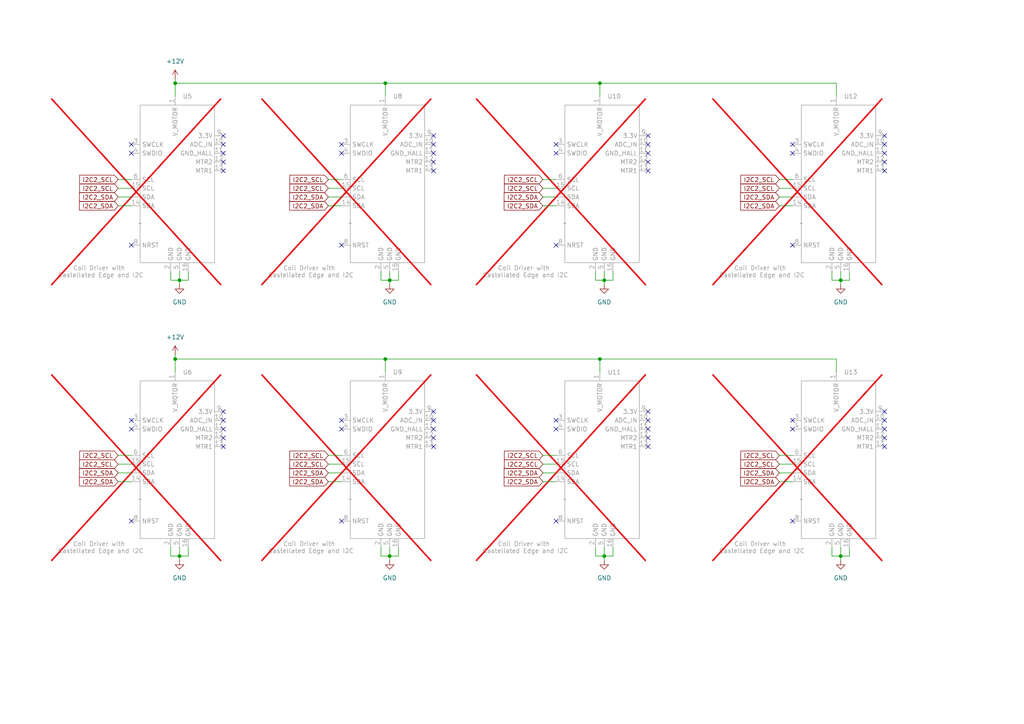
<source format=kicad_sch>
(kicad_sch (version 20231120) (generator "eeschema") (generator_version "8.0")
  (paper "A4")
  (lib_symbols
    (symbol "GND_1" (power) (pin_numbers hide) (pin_names (offset 0) hide)
      (property "Value" "GND" (at 0 -3.81 0))
      (symbol "GND_1_0_1"
        (polyline (pts (xy 0 0) (xy 0 -1.27) (xy 1.27 -1.27) (xy 0 -2.54) (xy -1.27 -1.27) (xy 0 -1.27)))
      )
      (symbol "GND_1_1_1"
        (pin power_in line (at 0 0 270) (length 0) (name "~") (number "1"))
      )
    )
    (symbol "UserCustom:Coil_Driver_CEdge_1" (in_bom no)
      (property "Reference" "U" (at -1.27 -1.27 0))
      (symbol "Coil_Driver_CEdge_1_0_1"
        (rectangle (start 0 45.72) (end 21.59 0))
      )
      (symbol "Coil_Driver_CEdge_1_1_1"
        (text "Coil Driver with \nCastellated Edge and I2C\n" (at -11.43 -2.54 0) (effects (font (size 1.27 1.27))))
        (pin power_in line (at 10.16 48.26 270) (length 2.54) (name "V_MOTOR") (number "1"))
        (pin input line (at 24.13 34.29 180) (length 2.54) (name "ADC_IN") (number "10"))
        (pin power_out line (at 24.13 31.75 180) (length 2.54) (name "GND_HALL") (number "11"))
        (pin output line (at 24.13 29.21 180) (length 2.54) (name "MTR2") (number "12"))
        (pin output line (at 24.13 26.67 180) (length 2.54) (name "MTR1") (number "13"))
        (pin output line (at -2.54 16.51 0) (length 2.54) (name "SDA") (number "14"))
        (pin output line (at -2.54 21.59 0) (length 2.54) (name "SCL") (number "15"))
        (pin power_in line (at 13.97 -2.54 90) (length 2.54) (name "GND") (number "16"))
        (pin power_in line (at 8.89 -2.54 90) (length 2.54) (name "GND") (number "2"))
        (pin input line (at -2.54 34.29 0) (length 2.54) (name "SWCLK") (number "3"))
        (pin bidirectional line (at -2.54 31.75 0) (length 2.54) (name "SWDIO") (number "4"))
        (pin power_in line (at 11.43 -2.54 90) (length 2.54) (name "GND") (number "5"))
        (pin output line (at -2.54 24.13 0) (length 2.54) (name "SCL") (number "6"))
        (pin output line (at -2.54 19.05 0) (length 2.54) (name "SDA") (number "7"))
        (pin input line (at -2.54 5.08 0) (length 2.54) (name "NRST") (number "8"))
        (pin power_out line (at 24.13 36.83 180) (length 2.54) (name "3.3V") (number "9"))
      )
    )
    (symbol "power:+12V" (power) (pin_names (offset 0))
      (property "Value" "+12V" (at 0 3.556 0))
      (symbol "+12V_0_1"
        (polyline (pts (xy -0.762 1.27) (xy 0 2.54)))
        (polyline (pts (xy 0 0) (xy 0 2.54)))
        (polyline (pts (xy 0 2.54) (xy 0.762 1.27)))
      )
      (symbol "+12V_1_1"
        (pin power_in line (at 0 0 90) (length 0) hide (name "+12V") (number "1"))
      )
    )
  )
  (junction (at 175.26 81.28))
  (junction (at 50.8 24.13))
  (junction (at 173.99 24.13))
  (junction (at 113.03 161.29))
  (junction (at 50.8 104.14))
  (junction (at 243.84 161.29))
  (junction (at 111.76 24.13))
  (junction (at 173.99 104.14))
  (junction (at 52.07 161.29))
  (junction (at 175.26 161.29))
  (junction (at 111.76 104.14))
  (junction (at 113.03 81.28))
  (junction (at 52.07 81.28))
  (junction (at 243.84 81.28))
  (no_connect (at 99.06 71.12))
  (no_connect (at 187.96 49.53))
  (no_connect (at 229.87 121.92))
  (no_connect (at 64.77 49.53))
  (no_connect (at 64.77 39.37))
  (no_connect (at 187.96 124.46))
  (no_connect (at 38.1 124.46))
  (no_connect (at 161.29 151.13))
  (no_connect (at 256.54 127))
  (no_connect (at 229.87 124.46))
  (no_connect (at 125.73 124.46))
  (no_connect (at 256.54 121.92))
  (no_connect (at 161.29 41.91))
  (no_connect (at 64.77 44.45))
  (no_connect (at 99.06 41.91))
  (no_connect (at 64.77 129.54))
  (no_connect (at 38.1 41.91))
  (no_connect (at 256.54 124.46))
  (no_connect (at 99.06 121.92))
  (no_connect (at 38.1 71.12))
  (no_connect (at 64.77 121.92))
  (no_connect (at 161.29 124.46))
  (no_connect (at 38.1 44.45))
  (no_connect (at 99.06 124.46))
  (no_connect (at 229.87 41.91))
  (no_connect (at 125.73 119.38))
  (no_connect (at 256.54 41.91))
  (no_connect (at 187.96 119.38))
  (no_connect (at 161.29 71.12))
  (no_connect (at 256.54 39.37))
  (no_connect (at 64.77 119.38))
  (no_connect (at 64.77 41.91))
  (no_connect (at 229.87 44.45))
  (no_connect (at 256.54 129.54))
  (no_connect (at 187.96 39.37))
  (no_connect (at 99.06 151.13))
  (no_connect (at 161.29 121.92))
  (no_connect (at 187.96 129.54))
  (no_connect (at 229.87 71.12))
  (no_connect (at 229.87 151.13))
  (no_connect (at 64.77 124.46))
  (no_connect (at 125.73 44.45))
  (no_connect (at 187.96 41.91))
  (no_connect (at 99.06 44.45))
  (no_connect (at 38.1 121.92))
  (no_connect (at 256.54 44.45))
  (no_connect (at 125.73 46.99))
  (no_connect (at 187.96 127))
  (no_connect (at 38.1 151.13))
  (no_connect (at 64.77 46.99))
  (no_connect (at 125.73 127))
  (no_connect (at 256.54 49.53))
  (no_connect (at 256.54 119.38))
  (no_connect (at 256.54 46.99))
  (no_connect (at 125.73 49.53))
  (no_connect (at 125.73 39.37))
  (no_connect (at 161.29 44.45))
  (no_connect (at 187.96 121.92))
  (no_connect (at 125.73 41.91))
  (no_connect (at 64.77 127))
  (no_connect (at 125.73 129.54))
  (no_connect (at 187.96 44.45))
  (no_connect (at 187.96 46.99))
  (no_connect (at 125.73 121.92))
  (wire (pts (xy 157.48 134.62) (xy 161.29 134.62)))
  (wire (pts (xy 172.72 158.75) (xy 172.72 161.29)))
  (wire (pts (xy 54.61 81.28) (xy 52.07 81.28)))
  (wire (pts (xy 175.26 161.29) (xy 175.26 158.75)))
  (wire (pts (xy 177.8 81.28) (xy 175.26 81.28)))
  (wire (pts (xy 246.38 81.28) (xy 243.84 81.28)))
  (wire (pts (xy 246.38 161.29) (xy 243.84 161.29)))
  (wire (pts (xy 95.25 52.07) (xy 99.06 52.07)))
  (wire (pts (xy 175.26 81.28) (xy 175.26 78.74)))
  (wire (pts (xy 172.72 81.28) (xy 175.26 81.28)))
  (wire (pts (xy 226.06 137.16) (xy 229.87 137.16)))
  (wire (pts (xy 34.29 59.69) (xy 38.1 59.69)))
  (wire (pts (xy 113.03 161.29) (xy 113.03 162.56)))
  (wire (pts (xy 34.29 54.61) (xy 38.1 54.61)))
  (wire (pts (xy 177.8 161.29) (xy 175.26 161.29)))
  (wire (pts (xy 110.49 161.29) (xy 113.03 161.29)))
  (wire (pts (xy 49.53 158.75) (xy 49.53 161.29)))
  (wire (pts (xy 246.38 78.74) (xy 246.38 81.28)))
  (wire (pts (xy 113.03 81.28) (xy 113.03 78.74)))
  (wire (pts (xy 246.38 158.75) (xy 246.38 161.29)))
  (wire (pts (xy 52.07 161.29) (xy 52.07 158.75)))
  (wire (pts (xy 49.53 81.28) (xy 52.07 81.28)))
  (wire (pts (xy 226.06 139.7) (xy 229.87 139.7)))
  (wire (pts (xy 110.49 78.74) (xy 110.49 81.28)))
  (wire (pts (xy 226.06 132.08) (xy 229.87 132.08)))
  (wire (pts (xy 241.3 158.75) (xy 241.3 161.29)))
  (wire (pts (xy 95.25 139.7) (xy 99.06 139.7)))
  (wire (pts (xy 110.49 81.28) (xy 113.03 81.28)))
  (wire (pts (xy 157.48 132.08) (xy 161.29 132.08)))
  (wire (pts (xy 49.53 78.74) (xy 49.53 81.28)))
  (wire (pts (xy 175.26 81.28) (xy 175.26 82.55)))
  (wire (pts (xy 34.29 139.7) (xy 38.1 139.7)))
  (wire (pts (xy 226.06 52.07) (xy 229.87 52.07)))
  (wire (pts (xy 95.25 137.16) (xy 99.06 137.16)))
  (wire (pts (xy 50.8 102.87) (xy 50.8 104.14)))
  (wire (pts (xy 243.84 81.28) (xy 243.84 82.55)))
  (wire (pts (xy 95.25 59.69) (xy 99.06 59.69)))
  (wire (pts (xy 177.8 158.75) (xy 177.8 161.29)))
  (wire (pts (xy 54.61 161.29) (xy 52.07 161.29)))
  (wire (pts (xy 157.48 139.7) (xy 161.29 139.7)))
  (wire (pts (xy 172.72 161.29) (xy 175.26 161.29)))
  (wire (pts (xy 173.99 104.14) (xy 173.99 107.95)))
  (wire (pts (xy 49.53 161.29) (xy 52.07 161.29)))
  (wire (pts (xy 54.61 158.75) (xy 54.61 161.29)))
  (wire (pts (xy 111.76 104.14) (xy 173.99 104.14)))
  (wire (pts (xy 157.48 54.61) (xy 161.29 54.61)))
  (wire (pts (xy 226.06 57.15) (xy 229.87 57.15)))
  (wire (pts (xy 34.29 57.15) (xy 38.1 57.15)))
  (wire (pts (xy 242.57 24.13) (xy 242.57 27.94)))
  (wire (pts (xy 34.29 134.62) (xy 38.1 134.62)))
  (wire (pts (xy 157.48 52.07) (xy 161.29 52.07)))
  (wire (pts (xy 243.84 161.29) (xy 243.84 158.75)))
  (wire (pts (xy 50.8 24.13) (xy 50.8 27.94)))
  (wire (pts (xy 34.29 52.07) (xy 38.1 52.07)))
  (wire (pts (xy 243.84 161.29) (xy 243.84 162.56)))
  (wire (pts (xy 52.07 81.28) (xy 52.07 78.74)))
  (wire (pts (xy 111.76 104.14) (xy 111.76 107.95)))
  (wire (pts (xy 50.8 104.14) (xy 111.76 104.14)))
  (wire (pts (xy 52.07 81.28) (xy 52.07 82.55)))
  (wire (pts (xy 50.8 104.14) (xy 50.8 107.95)))
  (wire (pts (xy 34.29 137.16) (xy 38.1 137.16)))
  (wire (pts (xy 157.48 57.15) (xy 161.29 57.15)))
  (wire (pts (xy 173.99 24.13) (xy 242.57 24.13)))
  (wire (pts (xy 226.06 134.62) (xy 229.87 134.62)))
  (wire (pts (xy 243.84 81.28) (xy 243.84 78.74)))
  (wire (pts (xy 241.3 78.74) (xy 241.3 81.28)))
  (wire (pts (xy 226.06 59.69) (xy 229.87 59.69)))
  (wire (pts (xy 242.57 104.14) (xy 242.57 107.95)))
  (wire (pts (xy 50.8 22.86) (xy 50.8 24.13)))
  (wire (pts (xy 54.61 78.74) (xy 54.61 81.28)))
  (wire (pts (xy 115.57 81.28) (xy 113.03 81.28)))
  (wire (pts (xy 157.48 59.69) (xy 161.29 59.69)))
  (wire (pts (xy 115.57 158.75) (xy 115.57 161.29)))
  (wire (pts (xy 113.03 81.28) (xy 113.03 82.55)))
  (wire (pts (xy 113.03 161.29) (xy 113.03 158.75)))
  (wire (pts (xy 241.3 161.29) (xy 243.84 161.29)))
  (wire (pts (xy 111.76 24.13) (xy 111.76 27.94)))
  (wire (pts (xy 95.25 134.62) (xy 99.06 134.62)))
  (wire (pts (xy 173.99 24.13) (xy 173.99 27.94)))
  (wire (pts (xy 95.25 57.15) (xy 99.06 57.15)))
  (wire (pts (xy 241.3 81.28) (xy 243.84 81.28)))
  (wire (pts (xy 34.29 132.08) (xy 38.1 132.08)))
  (wire (pts (xy 173.99 104.14) (xy 242.57 104.14)))
  (wire (pts (xy 172.72 78.74) (xy 172.72 81.28)))
  (wire (pts (xy 95.25 132.08) (xy 99.06 132.08)))
  (wire (pts (xy 115.57 78.74) (xy 115.57 81.28)))
  (wire (pts (xy 110.49 158.75) (xy 110.49 161.29)))
  (wire (pts (xy 226.06 54.61) (xy 229.87 54.61)))
  (wire (pts (xy 177.8 78.74) (xy 177.8 81.28)))
  (wire (pts (xy 95.25 54.61) (xy 99.06 54.61)))
  (wire (pts (xy 52.07 161.29) (xy 52.07 162.56)))
  (wire (pts (xy 115.57 161.29) (xy 113.03 161.29)))
  (wire (pts (xy 50.8 24.13) (xy 111.76 24.13)))
  (wire (pts (xy 175.26 161.29) (xy 175.26 162.56)))
  (wire (pts (xy 157.48 137.16) (xy 161.29 137.16)))
  (wire (pts (xy 111.76 24.13) (xy 173.99 24.13)))
  (global_label "I2C2_SDA" (shape input) (at 226.06 139.7 180) (property "Intersheetrefs" "${INTERSHEET_REFS}" (effects (hide yes))))
  (global_label "I2C2_SCL" (shape input) (at 157.48 132.08 180) (property "Intersheetrefs" "${INTERSHEET_REFS}" (effects (hide yes))))
  (global_label "I2C2_SDA" (shape input) (at 226.06 59.69 180) (property "Intersheetrefs" "${INTERSHEET_REFS}" (effects (hide yes))))
  (global_label "I2C2_SDA" (shape input) (at 226.06 57.15 180) (property "Intersheetrefs" "${INTERSHEET_REFS}" (effects (hide yes))))
  (global_label "I2C2_SCL" (shape input) (at 34.29 54.61 180) (property "Intersheetrefs" "${INTERSHEET_REFS}" (effects (hide yes))))
  (global_label "I2C2_SDA" (shape input) (at 157.48 137.16 180) (property "Intersheetrefs" "${INTERSHEET_REFS}" (effects (hide yes))))
  (global_label "I2C2_SDA" (shape input) (at 34.29 59.69 180) (property "Intersheetrefs" "${INTERSHEET_REFS}" (effects (hide yes))))
  (global_label "I2C2_SDA" (shape input) (at 95.25 59.69 180) (property "Intersheetrefs" "${INTERSHEET_REFS}" (effects (hide yes))))
  (global_label "I2C2_SCL" (shape input) (at 157.48 134.62 180) (property "Intersheetrefs" "${INTERSHEET_REFS}" (effects (hide yes))))
  (global_label "I2C2_SCL" (shape input) (at 226.06 134.62 180) (property "Intersheetrefs" "${INTERSHEET_REFS}" (effects (hide yes))))
  (global_label "I2C2_SCL" (shape input) (at 226.06 54.61 180) (property "Intersheetrefs" "${INTERSHEET_REFS}" (effects (hide yes))))
  (global_label "I2C2_SCL" (shape input) (at 34.29 134.62 180) (property "Intersheetrefs" "${INTERSHEET_REFS}" (effects (hide yes))))
  (global_label "I2C2_SDA" (shape input) (at 157.48 59.69 180) (property "Intersheetrefs" "${INTERSHEET_REFS}" (effects (hide yes))))
  (global_label "I2C2_SCL" (shape input) (at 95.25 132.08 180) (property "Intersheetrefs" "${INTERSHEET_REFS}" (effects (hide yes))))
  (global_label "I2C2_SDA" (shape input) (at 34.29 57.15 180) (property "Intersheetrefs" "${INTERSHEET_REFS}" (effects (hide yes))))
  (global_label "I2C2_SDA" (shape input) (at 34.29 137.16 180) (property "Intersheetrefs" "${INTERSHEET_REFS}" (effects (hide yes))))
  (global_label "I2C2_SDA" (shape input) (at 95.25 139.7 180) (property "Intersheetrefs" "${INTERSHEET_REFS}" (effects (hide yes))))
  (global_label "I2C2_SCL" (shape input) (at 95.25 52.07 180) (property "Intersheetrefs" "${INTERSHEET_REFS}" (effects (hide yes))))
  (global_label "I2C2_SCL" (shape input) (at 226.06 52.07 180) (property "Intersheetrefs" "${INTERSHEET_REFS}" (effects (hide yes))))
  (global_label "I2C2_SCL" (shape input) (at 157.48 54.61 180) (property "Intersheetrefs" "${INTERSHEET_REFS}" (effects (hide yes))))
  (global_label "I2C2_SCL" (shape input) (at 34.29 132.08 180) (property "Intersheetrefs" "${INTERSHEET_REFS}" (effects (hide yes))))
  (global_label "I2C2_SDA" (shape input) (at 157.48 57.15 180) (property "Intersheetrefs" "${INTERSHEET_REFS}" (effects (hide yes))))
  (global_label "I2C2_SCL" (shape input) (at 157.48 52.07 180) (property "Intersheetrefs" "${INTERSHEET_REFS}" (effects (hide yes))))
  (global_label "I2C2_SCL" (shape input) (at 226.06 132.08 180) (property "Intersheetrefs" "${INTERSHEET_REFS}" (effects (hide yes))))
  (global_label "I2C2_SCL" (shape input) (at 95.25 134.62 180) (property "Intersheetrefs" "${INTERSHEET_REFS}" (effects (hide yes))))
  (global_label "I2C2_SCL" (shape input) (at 34.29 52.07 180) (property "Intersheetrefs" "${INTERSHEET_REFS}" (effects (hide yes))))
  (global_label "I2C2_SDA" (shape input) (at 95.25 57.15 180) (property "Intersheetrefs" "${INTERSHEET_REFS}" (effects (hide yes))))
  (global_label "I2C2_SDA" (shape input) (at 226.06 137.16 180) (property "Intersheetrefs" "${INTERSHEET_REFS}" (effects (hide yes))))
  (global_label "I2C2_SCL" (shape input) (at 95.25 54.61 180) (property "Intersheetrefs" "${INTERSHEET_REFS}" (effects (hide yes))))
  (global_label "I2C2_SDA" (shape input) (at 157.48 139.7 180) (property "Intersheetrefs" "${INTERSHEET_REFS}" (effects (hide yes))))
  (global_label "I2C2_SDA" (shape input) (at 95.25 137.16 180) (property "Intersheetrefs" "${INTERSHEET_REFS}" (effects (hide yes))))
  (global_label "I2C2_SDA" (shape input) (at 34.29 139.7 180) (property "Intersheetrefs" "${INTERSHEET_REFS}" (effects (hide yes))))
  (symbol (lib_name "GND_1") (lib_id "power:GND") (at 175.26 82.55 0) (unit 1)
    (property "Reference" "#PWR076" (effects (hide yes)))
    (property "Value" "GND" (at 175.26 87.63 0))
    (property "Description" "Power symbol creates a global label with name \"GND\" , ground" (effects (hide yes)))
  )
  (symbol (lib_name "GND_1") (lib_id "power:GND") (at 113.03 162.56 0) (unit 1)
    (property "Reference" "#PWR070" (effects (hide yes)))
    (property "Value" "GND" (at 113.03 167.64 0))
    (property "Description" "Power symbol creates a global label with name \"GND\" , ground" (effects (hide yes)))
  )
  (symbol (lib_name "GND_1") (lib_id "power:GND") (at 113.03 82.55 0) (unit 1)
    (property "Reference" "#PWR057" (effects (hide yes)))
    (property "Value" "GND" (at 113.03 87.63 0))
    (property "Description" "Power symbol creates a global label with name \"GND\" , ground" (effects (hide yes)))
  )
  (symbol (lib_id "UserCustom:Coil_Driver_CEdge_1") (at 163.83 156.21 0) (unit 1) (in_bom no) (dnp yes)
    (property "Reference" "U11" (at 176.1841 107.95 0) (effects (justify left)))
    (property "Value" "~" (at 163.83 144.78 0))
    (property "Footprint" "UserCustom:uDriver_I2C" (effects (hide yes)))
  )
  (symbol (lib_name "GND_1") (lib_id "power:GND") (at 175.26 162.56 0) (unit 1)
    (property "Reference" "#PWR078" (effects (hide yes)))
    (property "Value" "GND" (at 175.26 167.64 0))
    (property "Description" "Power symbol creates a global label with name \"GND\" , ground" (effects (hide yes)))
  )
  (symbol (lib_name "GND_1") (lib_id "power:GND") (at 52.07 82.55 0) (unit 1)
    (property "Reference" "#PWR055" (effects (hide yes)))
    (property "Value" "GND" (at 52.07 87.63 0))
    (property "Description" "Power symbol creates a global label with name \"GND\" , ground" (effects (hide yes)))
  )
  (symbol (lib_id "power:+12V") (at 50.8 22.86 0) (unit 1)
    (property "Reference" "#PWR024" (effects (hide yes)))
    (property "Value" "+12V" (at 50.8 17.78 0))
  )
  (symbol (lib_id "UserCustom:Coil_Driver_CEdge_1") (at 101.6 156.21 0) (unit 1) (in_bom no) (dnp yes)
    (property "Reference" "U9" (at 113.9541 107.95 0) (effects (justify left)))
    (property "Value" "~" (at 101.6 144.78 0))
    (property "Footprint" "UserCustom:uDriver_I2C" (effects (hide yes)))
  )
  (symbol (lib_name "GND_1") (lib_id "power:GND") (at 243.84 82.55 0) (unit 1)
    (property "Reference" "#PWR059" (effects (hide yes)))
    (property "Value" "GND" (at 243.84 87.63 0))
    (property "Description" "Power symbol creates a global label with name \"GND\" , ground" (effects (hide yes)))
  )
  (symbol (lib_id "power:+12V") (at 50.8 102.87 0) (unit 1)
    (property "Reference" "#PWR056" (effects (hide yes)))
    (property "Value" "+12V" (at 50.8 97.79 0))
  )
  (symbol (lib_name "GND_1") (lib_id "power:GND") (at 52.07 162.56 0) (unit 1)
    (property "Reference" "#PWR079" (effects (hide yes)))
    (property "Value" "GND" (at 52.07 167.64 0))
    (property "Description" "Power symbol creates a global label with name \"GND\" , ground" (effects (hide yes)))
  )
  (symbol (lib_id "UserCustom:Coil_Driver_CEdge_1") (at 232.41 156.21 0) (unit 1) (in_bom no) (dnp yes)
    (property "Reference" "U13" (at 244.7641 107.95 0) (effects (justify left)))
    (property "Value" "~" (at 232.41 144.78 0))
    (property "Footprint" "UserCustom:uDriver_I2C" (effects (hide yes)))
  )
  (symbol (lib_id "UserCustom:Coil_Driver_CEdge_1") (at 101.6 76.2 0) (unit 1) (in_bom no) (dnp yes)
    (property "Reference" "U8" (at 113.9541 27.94 0) (effects (justify left)))
    (property "Value" "~" (at 101.6 64.77 0))
    (property "Footprint" "UserCustom:uDriver_I2C" (effects (hide yes)))
  )
  (symbol (lib_id "UserCustom:Coil_Driver_CEdge_1") (at 40.64 76.2 0) (unit 1) (in_bom no) (dnp yes)
    (property "Reference" "U5" (at 52.9941 27.94 0) (effects (justify left)))
    (property "Value" "~" (at 40.64 64.77 0))
    (property "Footprint" "UserCustom:uDriver_I2C" (effects (hide yes)))
  )
  (symbol (lib_name "GND_1") (lib_id "power:GND") (at 243.84 162.56 0) (unit 1)
    (property "Reference" "#PWR077" (effects (hide yes)))
    (property "Value" "GND" (at 243.84 167.64 0))
    (property "Description" "Power symbol creates a global label with name \"GND\" , ground" (effects (hide yes)))
  )
  (symbol (lib_id "UserCustom:Coil_Driver_CEdge_1") (at 163.83 76.2 0) (unit 1) (in_bom no) (dnp yes)
    (property "Reference" "U10" (at 176.1841 27.94 0) (effects (justify left)))
    (property "Value" "~" (at 163.83 64.77 0))
    (property "Footprint" "UserCustom:uDriver_I2C" (effects (hide yes)))
  )
  (symbol (lib_id "UserCustom:Coil_Driver_CEdge_1") (at 232.41 76.2 0) (unit 1) (in_bom no) (dnp yes)
    (property "Reference" "U12" (at 244.7641 27.94 0) (effects (justify left)))
    (property "Value" "~" (at 232.41 64.77 0))
    (property "Footprint" "UserCustom:uDriver_I2C" (effects (hide yes)))
  )
  (symbol (lib_id "UserCustom:Coil_Driver_CEdge_1") (at 40.64 156.21 0) (unit 1) (in_bom no) (dnp yes)
    (property "Reference" "U6" (at 52.9941 107.95 0) (effects (justify left)))
    (property "Value" "~" (at 40.64 144.78 0))
    (property "Footprint" "UserCustom:uDriver_I2C" (effects (hide yes)))
  )
)
</source>
